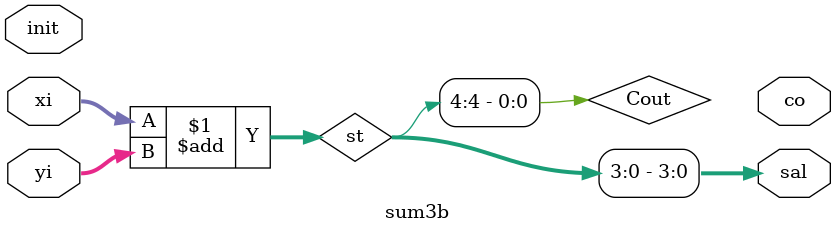
<source format=v>
`timescale 1ns / 1ps

module sum3b(init, xi, yi,co,sal);

  input init;
  input [3 :0] xi;
  input [3 :0] yi;
  output co;
  output [3 :0] sal;
  
  
  wire [4:0] st;
  assign sal= st[3:0];
  assign Cout = st[4];

  assign st  = 	xi+yi;

endmodule

</source>
